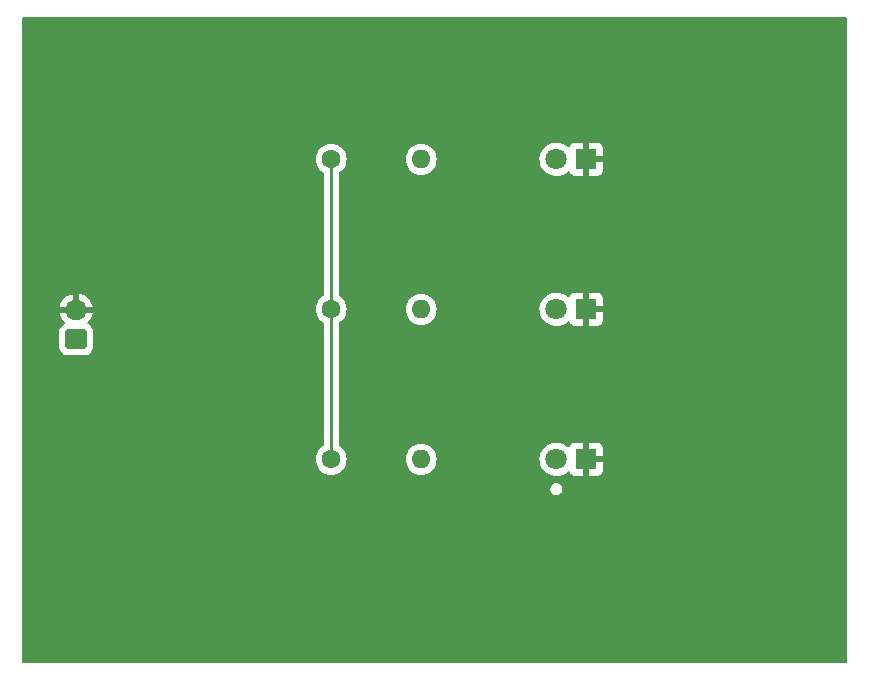
<source format=gbr>
%TF.GenerationSoftware,KiCad,Pcbnew,(6.0.7)*%
%TF.CreationDate,2022-08-16T13:58:00+09:00*%
%TF.ProjectId,test,74657374-2e6b-4696-9361-645f70636258,rev?*%
%TF.SameCoordinates,Original*%
%TF.FileFunction,Copper,L2,Bot*%
%TF.FilePolarity,Positive*%
%FSLAX46Y46*%
G04 Gerber Fmt 4.6, Leading zero omitted, Abs format (unit mm)*
G04 Created by KiCad (PCBNEW (6.0.7)) date 2022-08-16 13:58:00*
%MOMM*%
%LPD*%
G01*
G04 APERTURE LIST*
G04 Aperture macros list*
%AMRoundRect*
0 Rectangle with rounded corners*
0 $1 Rounding radius*
0 $2 $3 $4 $5 $6 $7 $8 $9 X,Y pos of 4 corners*
0 Add a 4 corners polygon primitive as box body*
4,1,4,$2,$3,$4,$5,$6,$7,$8,$9,$2,$3,0*
0 Add four circle primitives for the rounded corners*
1,1,$1+$1,$2,$3*
1,1,$1+$1,$4,$5*
1,1,$1+$1,$6,$7*
1,1,$1+$1,$8,$9*
0 Add four rect primitives between the rounded corners*
20,1,$1+$1,$2,$3,$4,$5,0*
20,1,$1+$1,$4,$5,$6,$7,0*
20,1,$1+$1,$6,$7,$8,$9,0*
20,1,$1+$1,$8,$9,$2,$3,0*%
G04 Aperture macros list end*
%TA.AperFunction,ComponentPad*%
%ADD10C,1.600000*%
%TD*%
%TA.AperFunction,ComponentPad*%
%ADD11O,1.600000X1.600000*%
%TD*%
%TA.AperFunction,ComponentPad*%
%ADD12RoundRect,0.250000X0.675000X-0.600000X0.675000X0.600000X-0.675000X0.600000X-0.675000X-0.600000X0*%
%TD*%
%TA.AperFunction,ComponentPad*%
%ADD13O,1.850000X1.700000*%
%TD*%
%TA.AperFunction,ComponentPad*%
%ADD14R,1.800000X1.800000*%
%TD*%
%TA.AperFunction,ComponentPad*%
%ADD15C,1.800000*%
%TD*%
%TA.AperFunction,Conductor*%
%ADD16C,0.250000*%
%TD*%
G04 APERTURE END LIST*
D10*
%TO.P,R1,1*%
%TO.N,+5V*%
X133350000Y-78740000D03*
D11*
%TO.P,R1,2*%
%TO.N,Net-(D1-Pad2)*%
X140970000Y-78740000D03*
%TD*%
D12*
%TO.P,J1,1,Pin_1*%
%TO.N,+5V*%
X111760000Y-81280000D03*
D13*
%TO.P,J1,2,Pin_2*%
%TO.N,GND*%
X111760000Y-78780000D03*
%TD*%
D10*
%TO.P,R3,1*%
%TO.N,+5V*%
X133350000Y-91440000D03*
D11*
%TO.P,R3,2*%
%TO.N,Net-(D3-Pad2)*%
X140970000Y-91440000D03*
%TD*%
%TO.P,R2,2*%
%TO.N,Net-(D2-Pad2)*%
X140970000Y-66040000D03*
D10*
%TO.P,R2,1*%
%TO.N,+5V*%
X133350000Y-66040000D03*
%TD*%
D14*
%TO.P,D3,1,K*%
%TO.N,GND*%
X154940000Y-91440000D03*
D15*
%TO.P,D3,2,A*%
%TO.N,Net-(D3-Pad2)*%
X152400000Y-91440000D03*
%TD*%
D14*
%TO.P,D2,1,K*%
%TO.N,GND*%
X154940000Y-66040000D03*
D15*
%TO.P,D2,2,A*%
%TO.N,Net-(D2-Pad2)*%
X152400000Y-66040000D03*
%TD*%
D14*
%TO.P,D1,1,K*%
%TO.N,GND*%
X154940000Y-78740000D03*
D15*
%TO.P,D1,2,A*%
%TO.N,Net-(D1-Pad2)*%
X152400000Y-78740000D03*
%TD*%
D16*
%TO.N,+5V*%
X133350000Y-78740000D02*
X133350000Y-91440000D01*
X133350000Y-66040000D02*
X133350000Y-78740000D01*
%TD*%
%TA.AperFunction,Conductor*%
%TO.N,GND*%
G36*
X176942121Y-54020002D02*
G01*
X176988614Y-54073658D01*
X177000000Y-54126000D01*
X177000000Y-108585500D01*
X176979998Y-108653621D01*
X176926342Y-108700114D01*
X176874000Y-108711500D01*
X107314500Y-108711500D01*
X107246379Y-108691498D01*
X107199886Y-108637842D01*
X107188500Y-108585500D01*
X107188500Y-94049721D01*
X151891024Y-94049721D01*
X151931051Y-94189771D01*
X152008776Y-94312958D01*
X152117951Y-94409378D01*
X152126074Y-94413192D01*
X152126076Y-94413193D01*
X152133137Y-94416508D01*
X152249800Y-94471281D01*
X152258665Y-94472661D01*
X152258667Y-94472662D01*
X152327746Y-94483418D01*
X152360386Y-94488500D01*
X152436513Y-94488500D01*
X152478839Y-94482438D01*
X152535294Y-94474354D01*
X152535297Y-94474353D01*
X152544187Y-94473080D01*
X152552363Y-94469363D01*
X152552365Y-94469362D01*
X152668610Y-94416508D01*
X152668612Y-94416507D01*
X152676782Y-94412792D01*
X152787127Y-94317713D01*
X152866352Y-94195485D01*
X152908086Y-94055934D01*
X152908976Y-93910279D01*
X152868949Y-93770229D01*
X152791224Y-93647042D01*
X152682049Y-93550622D01*
X152673926Y-93546808D01*
X152673924Y-93546807D01*
X152610013Y-93516801D01*
X152550200Y-93488719D01*
X152541335Y-93487339D01*
X152541333Y-93487338D01*
X152472254Y-93476582D01*
X152439614Y-93471500D01*
X152363487Y-93471500D01*
X152321161Y-93477562D01*
X152264706Y-93485646D01*
X152264703Y-93485647D01*
X152255813Y-93486920D01*
X152247637Y-93490637D01*
X152247635Y-93490638D01*
X152131390Y-93543492D01*
X152131388Y-93543493D01*
X152123218Y-93547208D01*
X152012873Y-93642287D01*
X151933648Y-93764515D01*
X151891914Y-93904066D01*
X151891024Y-94049721D01*
X107188500Y-94049721D01*
X107188500Y-91440000D01*
X132036502Y-91440000D01*
X132056457Y-91668087D01*
X132057881Y-91673400D01*
X132057881Y-91673402D01*
X132109871Y-91867428D01*
X132115716Y-91889243D01*
X132118039Y-91894224D01*
X132118039Y-91894225D01*
X132210151Y-92091762D01*
X132210154Y-92091767D01*
X132212477Y-92096749D01*
X132215634Y-92101257D01*
X132334012Y-92270318D01*
X132343802Y-92284300D01*
X132505700Y-92446198D01*
X132510208Y-92449355D01*
X132510211Y-92449357D01*
X132510821Y-92449784D01*
X132693251Y-92577523D01*
X132698233Y-92579846D01*
X132698238Y-92579849D01*
X132857238Y-92653991D01*
X132900757Y-92674284D01*
X132906065Y-92675706D01*
X132906067Y-92675707D01*
X133116598Y-92732119D01*
X133116600Y-92732119D01*
X133121913Y-92733543D01*
X133350000Y-92753498D01*
X133578087Y-92733543D01*
X133583400Y-92732119D01*
X133583402Y-92732119D01*
X133793933Y-92675707D01*
X133793935Y-92675706D01*
X133799243Y-92674284D01*
X133842762Y-92653991D01*
X134001762Y-92579849D01*
X134001767Y-92579846D01*
X134006749Y-92577523D01*
X134189179Y-92449784D01*
X134189789Y-92449357D01*
X134189792Y-92449355D01*
X134194300Y-92446198D01*
X134356198Y-92284300D01*
X134365989Y-92270318D01*
X134484366Y-92101257D01*
X134487523Y-92096749D01*
X134489846Y-92091767D01*
X134489849Y-92091762D01*
X134581961Y-91894225D01*
X134581961Y-91894224D01*
X134584284Y-91889243D01*
X134590130Y-91867428D01*
X134642119Y-91673402D01*
X134642119Y-91673400D01*
X134643543Y-91668087D01*
X134663498Y-91440000D01*
X139656502Y-91440000D01*
X139676457Y-91668087D01*
X139677881Y-91673400D01*
X139677881Y-91673402D01*
X139729871Y-91867428D01*
X139735716Y-91889243D01*
X139738039Y-91894224D01*
X139738039Y-91894225D01*
X139830151Y-92091762D01*
X139830154Y-92091767D01*
X139832477Y-92096749D01*
X139835634Y-92101257D01*
X139954012Y-92270318D01*
X139963802Y-92284300D01*
X140125700Y-92446198D01*
X140130208Y-92449355D01*
X140130211Y-92449357D01*
X140130821Y-92449784D01*
X140313251Y-92577523D01*
X140318233Y-92579846D01*
X140318238Y-92579849D01*
X140477238Y-92653991D01*
X140520757Y-92674284D01*
X140526065Y-92675706D01*
X140526067Y-92675707D01*
X140736598Y-92732119D01*
X140736600Y-92732119D01*
X140741913Y-92733543D01*
X140970000Y-92753498D01*
X141198087Y-92733543D01*
X141203400Y-92732119D01*
X141203402Y-92732119D01*
X141413933Y-92675707D01*
X141413935Y-92675706D01*
X141419243Y-92674284D01*
X141462762Y-92653991D01*
X141621762Y-92579849D01*
X141621767Y-92579846D01*
X141626749Y-92577523D01*
X141809179Y-92449784D01*
X141809789Y-92449357D01*
X141809792Y-92449355D01*
X141814300Y-92446198D01*
X141976198Y-92284300D01*
X141985989Y-92270318D01*
X142104366Y-92101257D01*
X142107523Y-92096749D01*
X142109846Y-92091767D01*
X142109849Y-92091762D01*
X142201961Y-91894225D01*
X142201961Y-91894224D01*
X142204284Y-91889243D01*
X142210130Y-91867428D01*
X142262119Y-91673402D01*
X142262119Y-91673400D01*
X142263543Y-91668087D01*
X142283498Y-91440000D01*
X142280477Y-91405469D01*
X150987095Y-91405469D01*
X150987392Y-91410622D01*
X150987392Y-91410625D01*
X150993067Y-91509041D01*
X151000427Y-91636697D01*
X151001564Y-91641743D01*
X151001565Y-91641749D01*
X151016394Y-91707548D01*
X151051346Y-91862642D01*
X151053288Y-91867424D01*
X151053289Y-91867428D01*
X151136540Y-92072450D01*
X151138484Y-92077237D01*
X151259501Y-92274719D01*
X151411147Y-92449784D01*
X151589349Y-92597730D01*
X151789322Y-92714584D01*
X152005694Y-92797209D01*
X152010760Y-92798240D01*
X152010761Y-92798240D01*
X152063846Y-92809040D01*
X152232656Y-92843385D01*
X152363324Y-92848176D01*
X152458949Y-92851683D01*
X152458953Y-92851683D01*
X152464113Y-92851872D01*
X152469233Y-92851216D01*
X152469235Y-92851216D01*
X152568668Y-92838478D01*
X152693847Y-92822442D01*
X152698795Y-92820957D01*
X152698802Y-92820956D01*
X152910747Y-92757369D01*
X152915690Y-92755886D01*
X152920565Y-92753498D01*
X153119049Y-92656262D01*
X153119052Y-92656260D01*
X153123684Y-92653991D01*
X153312243Y-92519494D01*
X153315898Y-92515852D01*
X153315906Y-92515845D01*
X153357697Y-92474199D01*
X153420068Y-92440282D01*
X153490875Y-92445470D01*
X153547637Y-92488116D01*
X153564619Y-92519218D01*
X153586677Y-92578056D01*
X153595214Y-92593649D01*
X153671715Y-92695724D01*
X153684276Y-92708285D01*
X153786351Y-92784786D01*
X153801946Y-92793324D01*
X153922394Y-92838478D01*
X153937649Y-92842105D01*
X153988514Y-92847631D01*
X153995328Y-92848000D01*
X154667885Y-92848000D01*
X154683124Y-92843525D01*
X154684329Y-92842135D01*
X154686000Y-92834452D01*
X154686000Y-92829884D01*
X155194000Y-92829884D01*
X155198475Y-92845123D01*
X155199865Y-92846328D01*
X155207548Y-92847999D01*
X155884669Y-92847999D01*
X155891490Y-92847629D01*
X155942352Y-92842105D01*
X155957604Y-92838479D01*
X156078054Y-92793324D01*
X156093649Y-92784786D01*
X156195724Y-92708285D01*
X156208285Y-92695724D01*
X156284786Y-92593649D01*
X156293324Y-92578054D01*
X156338478Y-92457606D01*
X156342105Y-92442351D01*
X156347631Y-92391486D01*
X156348000Y-92384672D01*
X156348000Y-91712115D01*
X156343525Y-91696876D01*
X156342135Y-91695671D01*
X156334452Y-91694000D01*
X155212115Y-91694000D01*
X155196876Y-91698475D01*
X155195671Y-91699865D01*
X155194000Y-91707548D01*
X155194000Y-92829884D01*
X154686000Y-92829884D01*
X154686000Y-91167885D01*
X155194000Y-91167885D01*
X155198475Y-91183124D01*
X155199865Y-91184329D01*
X155207548Y-91186000D01*
X156329884Y-91186000D01*
X156345123Y-91181525D01*
X156346328Y-91180135D01*
X156347999Y-91172452D01*
X156347999Y-90495331D01*
X156347629Y-90488510D01*
X156342105Y-90437648D01*
X156338479Y-90422396D01*
X156293324Y-90301946D01*
X156284786Y-90286351D01*
X156208285Y-90184276D01*
X156195724Y-90171715D01*
X156093649Y-90095214D01*
X156078054Y-90086676D01*
X155957606Y-90041522D01*
X155942351Y-90037895D01*
X155891486Y-90032369D01*
X155884672Y-90032000D01*
X155212115Y-90032000D01*
X155196876Y-90036475D01*
X155195671Y-90037865D01*
X155194000Y-90045548D01*
X155194000Y-91167885D01*
X154686000Y-91167885D01*
X154686000Y-90050116D01*
X154681525Y-90034877D01*
X154680135Y-90033672D01*
X154672452Y-90032001D01*
X153995331Y-90032001D01*
X153988510Y-90032371D01*
X153937648Y-90037895D01*
X153922396Y-90041521D01*
X153801946Y-90086676D01*
X153786351Y-90095214D01*
X153684276Y-90171715D01*
X153671715Y-90184276D01*
X153595214Y-90286351D01*
X153586675Y-90301948D01*
X153565934Y-90357275D01*
X153523293Y-90414040D01*
X153456731Y-90438740D01*
X153387383Y-90423533D01*
X153364388Y-90406909D01*
X153363887Y-90406358D01*
X153301737Y-90357275D01*
X153186177Y-90266011D01*
X153186172Y-90266008D01*
X153182123Y-90262810D01*
X153177607Y-90260317D01*
X153177604Y-90260315D01*
X152983879Y-90153373D01*
X152983875Y-90153371D01*
X152979355Y-90150876D01*
X152974486Y-90149152D01*
X152974482Y-90149150D01*
X152765903Y-90075288D01*
X152765899Y-90075287D01*
X152761028Y-90073562D01*
X152755935Y-90072655D01*
X152755932Y-90072654D01*
X152538095Y-90033851D01*
X152538089Y-90033850D01*
X152533006Y-90032945D01*
X152455644Y-90032000D01*
X152306581Y-90030179D01*
X152306579Y-90030179D01*
X152301411Y-90030116D01*
X152072464Y-90065150D01*
X151852314Y-90137106D01*
X151847726Y-90139494D01*
X151847722Y-90139496D01*
X151691911Y-90220606D01*
X151646872Y-90244052D01*
X151642739Y-90247155D01*
X151642736Y-90247157D01*
X151540632Y-90323819D01*
X151461655Y-90383117D01*
X151301639Y-90550564D01*
X151171119Y-90741899D01*
X151073602Y-90951981D01*
X151011707Y-91175169D01*
X150987095Y-91405469D01*
X142280477Y-91405469D01*
X142263543Y-91211913D01*
X142255028Y-91180135D01*
X142205707Y-90996067D01*
X142205706Y-90996065D01*
X142204284Y-90990757D01*
X142184020Y-90947301D01*
X142109849Y-90788238D01*
X142109846Y-90788233D01*
X142107523Y-90783251D01*
X141976198Y-90595700D01*
X141814300Y-90433802D01*
X141809792Y-90430645D01*
X141809789Y-90430643D01*
X141657228Y-90323819D01*
X141626749Y-90302477D01*
X141621767Y-90300154D01*
X141621762Y-90300151D01*
X141424225Y-90208039D01*
X141424224Y-90208039D01*
X141419243Y-90205716D01*
X141413935Y-90204294D01*
X141413933Y-90204293D01*
X141203402Y-90147881D01*
X141203400Y-90147881D01*
X141198087Y-90146457D01*
X140970000Y-90126502D01*
X140741913Y-90146457D01*
X140736600Y-90147881D01*
X140736598Y-90147881D01*
X140526067Y-90204293D01*
X140526065Y-90204294D01*
X140520757Y-90205716D01*
X140515776Y-90208039D01*
X140515775Y-90208039D01*
X140318238Y-90300151D01*
X140318233Y-90300154D01*
X140313251Y-90302477D01*
X140282772Y-90323819D01*
X140130211Y-90430643D01*
X140130208Y-90430645D01*
X140125700Y-90433802D01*
X139963802Y-90595700D01*
X139832477Y-90783251D01*
X139830154Y-90788233D01*
X139830151Y-90788238D01*
X139755980Y-90947301D01*
X139735716Y-90990757D01*
X139734294Y-90996065D01*
X139734293Y-90996067D01*
X139684972Y-91180135D01*
X139676457Y-91211913D01*
X139656502Y-91440000D01*
X134663498Y-91440000D01*
X134643543Y-91211913D01*
X134635028Y-91180135D01*
X134585707Y-90996067D01*
X134585706Y-90996065D01*
X134584284Y-90990757D01*
X134564020Y-90947301D01*
X134489849Y-90788238D01*
X134489846Y-90788233D01*
X134487523Y-90783251D01*
X134356198Y-90595700D01*
X134194300Y-90433802D01*
X134189792Y-90430645D01*
X134189789Y-90430643D01*
X134037229Y-90323819D01*
X133992901Y-90268362D01*
X133983500Y-90220606D01*
X133983500Y-79959394D01*
X134003502Y-79891273D01*
X134037229Y-79856181D01*
X134189789Y-79749357D01*
X134189792Y-79749355D01*
X134194300Y-79746198D01*
X134356198Y-79584300D01*
X134365989Y-79570318D01*
X134484366Y-79401257D01*
X134487523Y-79396749D01*
X134489846Y-79391767D01*
X134489849Y-79391762D01*
X134581961Y-79194225D01*
X134581961Y-79194224D01*
X134584284Y-79189243D01*
X134590130Y-79167428D01*
X134642119Y-78973402D01*
X134642119Y-78973400D01*
X134643543Y-78968087D01*
X134663498Y-78740000D01*
X139656502Y-78740000D01*
X139676457Y-78968087D01*
X139677881Y-78973400D01*
X139677881Y-78973402D01*
X139729871Y-79167428D01*
X139735716Y-79189243D01*
X139738039Y-79194224D01*
X139738039Y-79194225D01*
X139830151Y-79391762D01*
X139830154Y-79391767D01*
X139832477Y-79396749D01*
X139835634Y-79401257D01*
X139954012Y-79570318D01*
X139963802Y-79584300D01*
X140125700Y-79746198D01*
X140130208Y-79749355D01*
X140130211Y-79749357D01*
X140130821Y-79749784D01*
X140313251Y-79877523D01*
X140318233Y-79879846D01*
X140318238Y-79879849D01*
X140477238Y-79953991D01*
X140520757Y-79974284D01*
X140526065Y-79975706D01*
X140526067Y-79975707D01*
X140736598Y-80032119D01*
X140736600Y-80032119D01*
X140741913Y-80033543D01*
X140970000Y-80053498D01*
X141198087Y-80033543D01*
X141203400Y-80032119D01*
X141203402Y-80032119D01*
X141413933Y-79975707D01*
X141413935Y-79975706D01*
X141419243Y-79974284D01*
X141462762Y-79953991D01*
X141621762Y-79879849D01*
X141621767Y-79879846D01*
X141626749Y-79877523D01*
X141809179Y-79749784D01*
X141809789Y-79749357D01*
X141809792Y-79749355D01*
X141814300Y-79746198D01*
X141976198Y-79584300D01*
X141985989Y-79570318D01*
X142104366Y-79401257D01*
X142107523Y-79396749D01*
X142109846Y-79391767D01*
X142109849Y-79391762D01*
X142201961Y-79194225D01*
X142201961Y-79194224D01*
X142204284Y-79189243D01*
X142210130Y-79167428D01*
X142262119Y-78973402D01*
X142262119Y-78973400D01*
X142263543Y-78968087D01*
X142283498Y-78740000D01*
X142280477Y-78705469D01*
X150987095Y-78705469D01*
X150987392Y-78710622D01*
X150987392Y-78710625D01*
X150993067Y-78809041D01*
X151000427Y-78936697D01*
X151001564Y-78941743D01*
X151001565Y-78941749D01*
X151023408Y-79038671D01*
X151051346Y-79162642D01*
X151053288Y-79167424D01*
X151053289Y-79167428D01*
X151136540Y-79372450D01*
X151138484Y-79377237D01*
X151259501Y-79574719D01*
X151411147Y-79749784D01*
X151589349Y-79897730D01*
X151789322Y-80014584D01*
X152005694Y-80097209D01*
X152010760Y-80098240D01*
X152010761Y-80098240D01*
X152063846Y-80109040D01*
X152232656Y-80143385D01*
X152363324Y-80148176D01*
X152458949Y-80151683D01*
X152458953Y-80151683D01*
X152464113Y-80151872D01*
X152469233Y-80151216D01*
X152469235Y-80151216D01*
X152568668Y-80138478D01*
X152693847Y-80122442D01*
X152698795Y-80120957D01*
X152698802Y-80120956D01*
X152910747Y-80057369D01*
X152915690Y-80055886D01*
X152920565Y-80053498D01*
X153119049Y-79956262D01*
X153119052Y-79956260D01*
X153123684Y-79953991D01*
X153312243Y-79819494D01*
X153315898Y-79815852D01*
X153315906Y-79815845D01*
X153357697Y-79774199D01*
X153420068Y-79740282D01*
X153490875Y-79745470D01*
X153547637Y-79788116D01*
X153564619Y-79819218D01*
X153586677Y-79878056D01*
X153595214Y-79893649D01*
X153671715Y-79995724D01*
X153684276Y-80008285D01*
X153786351Y-80084786D01*
X153801946Y-80093324D01*
X153922394Y-80138478D01*
X153937649Y-80142105D01*
X153988514Y-80147631D01*
X153995328Y-80148000D01*
X154667885Y-80148000D01*
X154683124Y-80143525D01*
X154684329Y-80142135D01*
X154686000Y-80134452D01*
X154686000Y-80129884D01*
X155194000Y-80129884D01*
X155198475Y-80145123D01*
X155199865Y-80146328D01*
X155207548Y-80147999D01*
X155884669Y-80147999D01*
X155891490Y-80147629D01*
X155942352Y-80142105D01*
X155957604Y-80138479D01*
X156078054Y-80093324D01*
X156093649Y-80084786D01*
X156195724Y-80008285D01*
X156208285Y-79995724D01*
X156284786Y-79893649D01*
X156293324Y-79878054D01*
X156338478Y-79757606D01*
X156342105Y-79742351D01*
X156347631Y-79691486D01*
X156348000Y-79684672D01*
X156348000Y-79012115D01*
X156343525Y-78996876D01*
X156342135Y-78995671D01*
X156334452Y-78994000D01*
X155212115Y-78994000D01*
X155196876Y-78998475D01*
X155195671Y-78999865D01*
X155194000Y-79007548D01*
X155194000Y-80129884D01*
X154686000Y-80129884D01*
X154686000Y-78467885D01*
X155194000Y-78467885D01*
X155198475Y-78483124D01*
X155199865Y-78484329D01*
X155207548Y-78486000D01*
X156329884Y-78486000D01*
X156345123Y-78481525D01*
X156346328Y-78480135D01*
X156347999Y-78472452D01*
X156347999Y-77795331D01*
X156347629Y-77788510D01*
X156342105Y-77737648D01*
X156338479Y-77722396D01*
X156293324Y-77601946D01*
X156284786Y-77586351D01*
X156208285Y-77484276D01*
X156195724Y-77471715D01*
X156093649Y-77395214D01*
X156078054Y-77386676D01*
X155957606Y-77341522D01*
X155942351Y-77337895D01*
X155891486Y-77332369D01*
X155884672Y-77332000D01*
X155212115Y-77332000D01*
X155196876Y-77336475D01*
X155195671Y-77337865D01*
X155194000Y-77345548D01*
X155194000Y-78467885D01*
X154686000Y-78467885D01*
X154686000Y-77350116D01*
X154681525Y-77334877D01*
X154680135Y-77333672D01*
X154672452Y-77332001D01*
X153995331Y-77332001D01*
X153988510Y-77332371D01*
X153937648Y-77337895D01*
X153922396Y-77341521D01*
X153801946Y-77386676D01*
X153786351Y-77395214D01*
X153684276Y-77471715D01*
X153671715Y-77484276D01*
X153595214Y-77586351D01*
X153586675Y-77601948D01*
X153565934Y-77657275D01*
X153523293Y-77714040D01*
X153456731Y-77738740D01*
X153387383Y-77723533D01*
X153364388Y-77706909D01*
X153363887Y-77706358D01*
X153297780Y-77654150D01*
X153186177Y-77566011D01*
X153186172Y-77566008D01*
X153182123Y-77562810D01*
X153177607Y-77560317D01*
X153177604Y-77560315D01*
X152983879Y-77453373D01*
X152983875Y-77453371D01*
X152979355Y-77450876D01*
X152974486Y-77449152D01*
X152974482Y-77449150D01*
X152765903Y-77375288D01*
X152765899Y-77375287D01*
X152761028Y-77373562D01*
X152755935Y-77372655D01*
X152755932Y-77372654D01*
X152538095Y-77333851D01*
X152538089Y-77333850D01*
X152533006Y-77332945D01*
X152455644Y-77332000D01*
X152306581Y-77330179D01*
X152306579Y-77330179D01*
X152301411Y-77330116D01*
X152072464Y-77365150D01*
X151852314Y-77437106D01*
X151847726Y-77439494D01*
X151847722Y-77439496D01*
X151651461Y-77541663D01*
X151646872Y-77544052D01*
X151642739Y-77547155D01*
X151642736Y-77547157D01*
X151540632Y-77623819D01*
X151461655Y-77683117D01*
X151301639Y-77850564D01*
X151171119Y-78041899D01*
X151073602Y-78251981D01*
X151011707Y-78475169D01*
X150987095Y-78705469D01*
X142280477Y-78705469D01*
X142263543Y-78511913D01*
X142262119Y-78506598D01*
X142205707Y-78296067D01*
X142205706Y-78296065D01*
X142204284Y-78290757D01*
X142147713Y-78169439D01*
X142109849Y-78088238D01*
X142109846Y-78088233D01*
X142107523Y-78083251D01*
X141976198Y-77895700D01*
X141814300Y-77733802D01*
X141809792Y-77730645D01*
X141809789Y-77730643D01*
X141731611Y-77675902D01*
X141626749Y-77602477D01*
X141621767Y-77600154D01*
X141621762Y-77600151D01*
X141424225Y-77508039D01*
X141424224Y-77508039D01*
X141419243Y-77505716D01*
X141413935Y-77504294D01*
X141413933Y-77504293D01*
X141203402Y-77447881D01*
X141203400Y-77447881D01*
X141198087Y-77446457D01*
X140970000Y-77426502D01*
X140741913Y-77446457D01*
X140736600Y-77447881D01*
X140736598Y-77447881D01*
X140526067Y-77504293D01*
X140526065Y-77504294D01*
X140520757Y-77505716D01*
X140515776Y-77508039D01*
X140515775Y-77508039D01*
X140318238Y-77600151D01*
X140318233Y-77600154D01*
X140313251Y-77602477D01*
X140208389Y-77675902D01*
X140130211Y-77730643D01*
X140130208Y-77730645D01*
X140125700Y-77733802D01*
X139963802Y-77895700D01*
X139832477Y-78083251D01*
X139830154Y-78088233D01*
X139830151Y-78088238D01*
X139792287Y-78169439D01*
X139735716Y-78290757D01*
X139734294Y-78296065D01*
X139734293Y-78296067D01*
X139677881Y-78506598D01*
X139676457Y-78511913D01*
X139656502Y-78740000D01*
X134663498Y-78740000D01*
X134643543Y-78511913D01*
X134642119Y-78506598D01*
X134585707Y-78296067D01*
X134585706Y-78296065D01*
X134584284Y-78290757D01*
X134527713Y-78169439D01*
X134489849Y-78088238D01*
X134489846Y-78088233D01*
X134487523Y-78083251D01*
X134356198Y-77895700D01*
X134194300Y-77733802D01*
X134189792Y-77730645D01*
X134189789Y-77730643D01*
X134037229Y-77623819D01*
X133992901Y-77568362D01*
X133983500Y-77520606D01*
X133983500Y-67259394D01*
X134003502Y-67191273D01*
X134037229Y-67156181D01*
X134189789Y-67049357D01*
X134189792Y-67049355D01*
X134194300Y-67046198D01*
X134356198Y-66884300D01*
X134365989Y-66870318D01*
X134484366Y-66701257D01*
X134487523Y-66696749D01*
X134489846Y-66691767D01*
X134489849Y-66691762D01*
X134581961Y-66494225D01*
X134581961Y-66494224D01*
X134584284Y-66489243D01*
X134590130Y-66467428D01*
X134642119Y-66273402D01*
X134642119Y-66273400D01*
X134643543Y-66268087D01*
X134663498Y-66040000D01*
X139656502Y-66040000D01*
X139676457Y-66268087D01*
X139677881Y-66273400D01*
X139677881Y-66273402D01*
X139729871Y-66467428D01*
X139735716Y-66489243D01*
X139738039Y-66494224D01*
X139738039Y-66494225D01*
X139830151Y-66691762D01*
X139830154Y-66691767D01*
X139832477Y-66696749D01*
X139835634Y-66701257D01*
X139954012Y-66870318D01*
X139963802Y-66884300D01*
X140125700Y-67046198D01*
X140130208Y-67049355D01*
X140130211Y-67049357D01*
X140130821Y-67049784D01*
X140313251Y-67177523D01*
X140318233Y-67179846D01*
X140318238Y-67179849D01*
X140477238Y-67253991D01*
X140520757Y-67274284D01*
X140526065Y-67275706D01*
X140526067Y-67275707D01*
X140736598Y-67332119D01*
X140736600Y-67332119D01*
X140741913Y-67333543D01*
X140970000Y-67353498D01*
X141198087Y-67333543D01*
X141203400Y-67332119D01*
X141203402Y-67332119D01*
X141413933Y-67275707D01*
X141413935Y-67275706D01*
X141419243Y-67274284D01*
X141462762Y-67253991D01*
X141621762Y-67179849D01*
X141621767Y-67179846D01*
X141626749Y-67177523D01*
X141809179Y-67049784D01*
X141809789Y-67049357D01*
X141809792Y-67049355D01*
X141814300Y-67046198D01*
X141976198Y-66884300D01*
X141985989Y-66870318D01*
X142104366Y-66701257D01*
X142107523Y-66696749D01*
X142109846Y-66691767D01*
X142109849Y-66691762D01*
X142201961Y-66494225D01*
X142201961Y-66494224D01*
X142204284Y-66489243D01*
X142210130Y-66467428D01*
X142262119Y-66273402D01*
X142262119Y-66273400D01*
X142263543Y-66268087D01*
X142283498Y-66040000D01*
X142280477Y-66005469D01*
X150987095Y-66005469D01*
X150987392Y-66010622D01*
X150987392Y-66010625D01*
X150993067Y-66109041D01*
X151000427Y-66236697D01*
X151001564Y-66241743D01*
X151001565Y-66241749D01*
X151016394Y-66307548D01*
X151051346Y-66462642D01*
X151053288Y-66467424D01*
X151053289Y-66467428D01*
X151136540Y-66672450D01*
X151138484Y-66677237D01*
X151259501Y-66874719D01*
X151411147Y-67049784D01*
X151589349Y-67197730D01*
X151789322Y-67314584D01*
X152005694Y-67397209D01*
X152010760Y-67398240D01*
X152010761Y-67398240D01*
X152063846Y-67409040D01*
X152232656Y-67443385D01*
X152363324Y-67448176D01*
X152458949Y-67451683D01*
X152458953Y-67451683D01*
X152464113Y-67451872D01*
X152469233Y-67451216D01*
X152469235Y-67451216D01*
X152568668Y-67438478D01*
X152693847Y-67422442D01*
X152698795Y-67420957D01*
X152698802Y-67420956D01*
X152910747Y-67357369D01*
X152915690Y-67355886D01*
X152920565Y-67353498D01*
X153119049Y-67256262D01*
X153119052Y-67256260D01*
X153123684Y-67253991D01*
X153312243Y-67119494D01*
X153315898Y-67115852D01*
X153315906Y-67115845D01*
X153357697Y-67074199D01*
X153420068Y-67040282D01*
X153490875Y-67045470D01*
X153547637Y-67088116D01*
X153564619Y-67119218D01*
X153586677Y-67178056D01*
X153595214Y-67193649D01*
X153671715Y-67295724D01*
X153684276Y-67308285D01*
X153786351Y-67384786D01*
X153801946Y-67393324D01*
X153922394Y-67438478D01*
X153937649Y-67442105D01*
X153988514Y-67447631D01*
X153995328Y-67448000D01*
X154667885Y-67448000D01*
X154683124Y-67443525D01*
X154684329Y-67442135D01*
X154686000Y-67434452D01*
X154686000Y-67429884D01*
X155194000Y-67429884D01*
X155198475Y-67445123D01*
X155199865Y-67446328D01*
X155207548Y-67447999D01*
X155884669Y-67447999D01*
X155891490Y-67447629D01*
X155942352Y-67442105D01*
X155957604Y-67438479D01*
X156078054Y-67393324D01*
X156093649Y-67384786D01*
X156195724Y-67308285D01*
X156208285Y-67295724D01*
X156284786Y-67193649D01*
X156293324Y-67178054D01*
X156338478Y-67057606D01*
X156342105Y-67042351D01*
X156347631Y-66991486D01*
X156348000Y-66984672D01*
X156348000Y-66312115D01*
X156343525Y-66296876D01*
X156342135Y-66295671D01*
X156334452Y-66294000D01*
X155212115Y-66294000D01*
X155196876Y-66298475D01*
X155195671Y-66299865D01*
X155194000Y-66307548D01*
X155194000Y-67429884D01*
X154686000Y-67429884D01*
X154686000Y-65767885D01*
X155194000Y-65767885D01*
X155198475Y-65783124D01*
X155199865Y-65784329D01*
X155207548Y-65786000D01*
X156329884Y-65786000D01*
X156345123Y-65781525D01*
X156346328Y-65780135D01*
X156347999Y-65772452D01*
X156347999Y-65095331D01*
X156347629Y-65088510D01*
X156342105Y-65037648D01*
X156338479Y-65022396D01*
X156293324Y-64901946D01*
X156284786Y-64886351D01*
X156208285Y-64784276D01*
X156195724Y-64771715D01*
X156093649Y-64695214D01*
X156078054Y-64686676D01*
X155957606Y-64641522D01*
X155942351Y-64637895D01*
X155891486Y-64632369D01*
X155884672Y-64632000D01*
X155212115Y-64632000D01*
X155196876Y-64636475D01*
X155195671Y-64637865D01*
X155194000Y-64645548D01*
X155194000Y-65767885D01*
X154686000Y-65767885D01*
X154686000Y-64650116D01*
X154681525Y-64634877D01*
X154680135Y-64633672D01*
X154672452Y-64632001D01*
X153995331Y-64632001D01*
X153988510Y-64632371D01*
X153937648Y-64637895D01*
X153922396Y-64641521D01*
X153801946Y-64686676D01*
X153786351Y-64695214D01*
X153684276Y-64771715D01*
X153671715Y-64784276D01*
X153595214Y-64886351D01*
X153586675Y-64901948D01*
X153565934Y-64957275D01*
X153523293Y-65014040D01*
X153456731Y-65038740D01*
X153387383Y-65023533D01*
X153364388Y-65006909D01*
X153363887Y-65006358D01*
X153236348Y-64905634D01*
X153186177Y-64866011D01*
X153186172Y-64866008D01*
X153182123Y-64862810D01*
X153177607Y-64860317D01*
X153177604Y-64860315D01*
X152983879Y-64753373D01*
X152983875Y-64753371D01*
X152979355Y-64750876D01*
X152974486Y-64749152D01*
X152974482Y-64749150D01*
X152765903Y-64675288D01*
X152765899Y-64675287D01*
X152761028Y-64673562D01*
X152755935Y-64672655D01*
X152755932Y-64672654D01*
X152538095Y-64633851D01*
X152538089Y-64633850D01*
X152533006Y-64632945D01*
X152455644Y-64632000D01*
X152306581Y-64630179D01*
X152306579Y-64630179D01*
X152301411Y-64630116D01*
X152072464Y-64665150D01*
X151852314Y-64737106D01*
X151847726Y-64739494D01*
X151847722Y-64739496D01*
X151651461Y-64841663D01*
X151646872Y-64844052D01*
X151642739Y-64847155D01*
X151642736Y-64847157D01*
X151496073Y-64957275D01*
X151461655Y-64983117D01*
X151301639Y-65150564D01*
X151171119Y-65341899D01*
X151073602Y-65551981D01*
X151011707Y-65775169D01*
X150987095Y-66005469D01*
X142280477Y-66005469D01*
X142263543Y-65811913D01*
X142255028Y-65780135D01*
X142205707Y-65596067D01*
X142205706Y-65596065D01*
X142204284Y-65590757D01*
X142184020Y-65547301D01*
X142109849Y-65388238D01*
X142109846Y-65388233D01*
X142107523Y-65383251D01*
X141976198Y-65195700D01*
X141814300Y-65033802D01*
X141809792Y-65030645D01*
X141809789Y-65030643D01*
X141705008Y-64957275D01*
X141626749Y-64902477D01*
X141621767Y-64900154D01*
X141621762Y-64900151D01*
X141424225Y-64808039D01*
X141424224Y-64808039D01*
X141419243Y-64805716D01*
X141413935Y-64804294D01*
X141413933Y-64804293D01*
X141203402Y-64747881D01*
X141203400Y-64747881D01*
X141198087Y-64746457D01*
X140970000Y-64726502D01*
X140741913Y-64746457D01*
X140736600Y-64747881D01*
X140736598Y-64747881D01*
X140526067Y-64804293D01*
X140526065Y-64804294D01*
X140520757Y-64805716D01*
X140515776Y-64808039D01*
X140515775Y-64808039D01*
X140318238Y-64900151D01*
X140318233Y-64900154D01*
X140313251Y-64902477D01*
X140234992Y-64957275D01*
X140130211Y-65030643D01*
X140130208Y-65030645D01*
X140125700Y-65033802D01*
X139963802Y-65195700D01*
X139832477Y-65383251D01*
X139830154Y-65388233D01*
X139830151Y-65388238D01*
X139755980Y-65547301D01*
X139735716Y-65590757D01*
X139734294Y-65596065D01*
X139734293Y-65596067D01*
X139684972Y-65780135D01*
X139676457Y-65811913D01*
X139656502Y-66040000D01*
X134663498Y-66040000D01*
X134643543Y-65811913D01*
X134635028Y-65780135D01*
X134585707Y-65596067D01*
X134585706Y-65596065D01*
X134584284Y-65590757D01*
X134564020Y-65547301D01*
X134489849Y-65388238D01*
X134489846Y-65388233D01*
X134487523Y-65383251D01*
X134356198Y-65195700D01*
X134194300Y-65033802D01*
X134189792Y-65030645D01*
X134189789Y-65030643D01*
X134085008Y-64957275D01*
X134006749Y-64902477D01*
X134001767Y-64900154D01*
X134001762Y-64900151D01*
X133804225Y-64808039D01*
X133804224Y-64808039D01*
X133799243Y-64805716D01*
X133793935Y-64804294D01*
X133793933Y-64804293D01*
X133583402Y-64747881D01*
X133583400Y-64747881D01*
X133578087Y-64746457D01*
X133350000Y-64726502D01*
X133121913Y-64746457D01*
X133116600Y-64747881D01*
X133116598Y-64747881D01*
X132906067Y-64804293D01*
X132906065Y-64804294D01*
X132900757Y-64805716D01*
X132895776Y-64808039D01*
X132895775Y-64808039D01*
X132698238Y-64900151D01*
X132698233Y-64900154D01*
X132693251Y-64902477D01*
X132614992Y-64957275D01*
X132510211Y-65030643D01*
X132510208Y-65030645D01*
X132505700Y-65033802D01*
X132343802Y-65195700D01*
X132212477Y-65383251D01*
X132210154Y-65388233D01*
X132210151Y-65388238D01*
X132135980Y-65547301D01*
X132115716Y-65590757D01*
X132114294Y-65596065D01*
X132114293Y-65596067D01*
X132064972Y-65780135D01*
X132056457Y-65811913D01*
X132036502Y-66040000D01*
X132056457Y-66268087D01*
X132057881Y-66273400D01*
X132057881Y-66273402D01*
X132109871Y-66467428D01*
X132115716Y-66489243D01*
X132118039Y-66494224D01*
X132118039Y-66494225D01*
X132210151Y-66691762D01*
X132210154Y-66691767D01*
X132212477Y-66696749D01*
X132215634Y-66701257D01*
X132334012Y-66870318D01*
X132343802Y-66884300D01*
X132505700Y-67046198D01*
X132510208Y-67049355D01*
X132510211Y-67049357D01*
X132662771Y-67156181D01*
X132707099Y-67211638D01*
X132716500Y-67259394D01*
X132716500Y-77520606D01*
X132696498Y-77588727D01*
X132662771Y-77623819D01*
X132510211Y-77730643D01*
X132510208Y-77730645D01*
X132505700Y-77733802D01*
X132343802Y-77895700D01*
X132212477Y-78083251D01*
X132210154Y-78088233D01*
X132210151Y-78088238D01*
X132172287Y-78169439D01*
X132115716Y-78290757D01*
X132114294Y-78296065D01*
X132114293Y-78296067D01*
X132057881Y-78506598D01*
X132056457Y-78511913D01*
X132036502Y-78740000D01*
X132056457Y-78968087D01*
X132057881Y-78973400D01*
X132057881Y-78973402D01*
X132109871Y-79167428D01*
X132115716Y-79189243D01*
X132118039Y-79194224D01*
X132118039Y-79194225D01*
X132210151Y-79391762D01*
X132210154Y-79391767D01*
X132212477Y-79396749D01*
X132215634Y-79401257D01*
X132334012Y-79570318D01*
X132343802Y-79584300D01*
X132505700Y-79746198D01*
X132510208Y-79749355D01*
X132510211Y-79749357D01*
X132662771Y-79856181D01*
X132707099Y-79911638D01*
X132716500Y-79959394D01*
X132716500Y-90220606D01*
X132696498Y-90288727D01*
X132662771Y-90323819D01*
X132510211Y-90430643D01*
X132510208Y-90430645D01*
X132505700Y-90433802D01*
X132343802Y-90595700D01*
X132212477Y-90783251D01*
X132210154Y-90788233D01*
X132210151Y-90788238D01*
X132135980Y-90947301D01*
X132115716Y-90990757D01*
X132114294Y-90996065D01*
X132114293Y-90996067D01*
X132064972Y-91180135D01*
X132056457Y-91211913D01*
X132036502Y-91440000D01*
X107188500Y-91440000D01*
X107188500Y-81930400D01*
X110326500Y-81930400D01*
X110337474Y-82036166D01*
X110393450Y-82203946D01*
X110486522Y-82354348D01*
X110611697Y-82479305D01*
X110617927Y-82483145D01*
X110617928Y-82483146D01*
X110755090Y-82567694D01*
X110762262Y-82572115D01*
X110842005Y-82598564D01*
X110923611Y-82625632D01*
X110923613Y-82625632D01*
X110930139Y-82627797D01*
X110936975Y-82628497D01*
X110936978Y-82628498D01*
X110980031Y-82632909D01*
X111034600Y-82638500D01*
X112485400Y-82638500D01*
X112488646Y-82638163D01*
X112488650Y-82638163D01*
X112584308Y-82628238D01*
X112584312Y-82628237D01*
X112591166Y-82627526D01*
X112597702Y-82625345D01*
X112597704Y-82625345D01*
X112729806Y-82581272D01*
X112758946Y-82571550D01*
X112909348Y-82478478D01*
X113034305Y-82353303D01*
X113127115Y-82202738D01*
X113182797Y-82034861D01*
X113193500Y-81930400D01*
X113193500Y-80629600D01*
X113182526Y-80523834D01*
X113126550Y-80356054D01*
X113033478Y-80205652D01*
X112908303Y-80080695D01*
X112762220Y-79990647D01*
X112714727Y-79937876D01*
X112703303Y-79867804D01*
X112731577Y-79802680D01*
X112741364Y-79792218D01*
X112851906Y-79686766D01*
X112858941Y-79678814D01*
X112990141Y-79502475D01*
X112995745Y-79493438D01*
X113095357Y-79297516D01*
X113099357Y-79287665D01*
X113164534Y-79077760D01*
X113166817Y-79067376D01*
X113168861Y-79051957D01*
X113166665Y-79037793D01*
X113153478Y-79034000D01*
X110368808Y-79034000D01*
X110355277Y-79037973D01*
X110353752Y-79048580D01*
X110378477Y-79166421D01*
X110381537Y-79176617D01*
X110462263Y-79381029D01*
X110466994Y-79390561D01*
X110581016Y-79578462D01*
X110587280Y-79587052D01*
X110731327Y-79753052D01*
X110738956Y-79760470D01*
X110770569Y-79786391D01*
X110810564Y-79845051D01*
X110812496Y-79916021D01*
X110775752Y-79976770D01*
X110756983Y-79990969D01*
X110610652Y-80081522D01*
X110485695Y-80206697D01*
X110392885Y-80357262D01*
X110337203Y-80525139D01*
X110326500Y-80629600D01*
X110326500Y-81930400D01*
X107188500Y-81930400D01*
X107188500Y-78508043D01*
X110351139Y-78508043D01*
X110353335Y-78522207D01*
X110366522Y-78526000D01*
X111487885Y-78526000D01*
X111503124Y-78521525D01*
X111504329Y-78520135D01*
X111506000Y-78512452D01*
X111506000Y-78507885D01*
X112014000Y-78507885D01*
X112018475Y-78523124D01*
X112019865Y-78524329D01*
X112027548Y-78526000D01*
X113151192Y-78526000D01*
X113164723Y-78522027D01*
X113166248Y-78511420D01*
X113141523Y-78393579D01*
X113138463Y-78383383D01*
X113057737Y-78178971D01*
X113053006Y-78169439D01*
X112938984Y-77981538D01*
X112932720Y-77972948D01*
X112788673Y-77806948D01*
X112781042Y-77799528D01*
X112611089Y-77660174D01*
X112602322Y-77654150D01*
X112411318Y-77545424D01*
X112401654Y-77540959D01*
X112195059Y-77465969D01*
X112184792Y-77463198D01*
X112031826Y-77435537D01*
X112018587Y-77436955D01*
X112014000Y-77451594D01*
X112014000Y-78507885D01*
X111506000Y-78507885D01*
X111506000Y-77450393D01*
X111501690Y-77435715D01*
X111489807Y-77433652D01*
X111460676Y-77436124D01*
X111450202Y-77437915D01*
X111237465Y-77493130D01*
X111227425Y-77496665D01*
X111027030Y-77586937D01*
X111017744Y-77592106D01*
X110835425Y-77714850D01*
X110827130Y-77721519D01*
X110668100Y-77873228D01*
X110661059Y-77881186D01*
X110529859Y-78057525D01*
X110524255Y-78066562D01*
X110424643Y-78262484D01*
X110420643Y-78272335D01*
X110355466Y-78482240D01*
X110353183Y-78492624D01*
X110351139Y-78508043D01*
X107188500Y-78508043D01*
X107188500Y-54126000D01*
X107208502Y-54057879D01*
X107262158Y-54011386D01*
X107314500Y-54000000D01*
X176874000Y-54000000D01*
X176942121Y-54020002D01*
G37*
%TD.AperFunction*%
%TD*%
M02*

</source>
